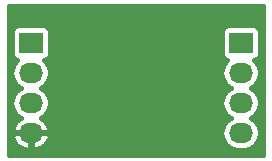
<source format=gbr>
G04 #@! TF.FileFunction,Copper,L2,Bot,Signal*
%FSLAX46Y46*%
G04 Gerber Fmt 4.6, Leading zero omitted, Abs format (unit mm)*
G04 Created by KiCad (PCBNEW 4.0.2+e4-6225~38~ubuntu14.04.1-stable) date Mon 01 Aug 2016 11:47:33 SAST*
%MOMM*%
G01*
G04 APERTURE LIST*
%ADD10C,0.050000*%
%ADD11R,2.032000X1.727200*%
%ADD12O,2.032000X1.727200*%
%ADD13C,0.400000*%
G04 APERTURE END LIST*
D10*
D11*
X138430000Y-101600000D03*
D12*
X138430000Y-104140000D03*
X138430000Y-106680000D03*
X138430000Y-109220000D03*
D11*
X156210000Y-101600000D03*
D12*
X156210000Y-104140000D03*
X156210000Y-106680000D03*
X156210000Y-109220000D03*
D13*
G36*
X158075000Y-111085000D02*
X136565000Y-111085000D01*
X136565000Y-109502137D01*
X136841452Y-109502137D01*
X136904745Y-109730206D01*
X137204495Y-110216738D01*
X137667615Y-110551525D01*
X138223600Y-110683600D01*
X138376000Y-110683600D01*
X138376000Y-109274000D01*
X138484000Y-109274000D01*
X138484000Y-110683600D01*
X138636400Y-110683600D01*
X139192385Y-110551525D01*
X139655505Y-110216738D01*
X139955255Y-109730206D01*
X140018548Y-109502137D01*
X139894890Y-109274000D01*
X138484000Y-109274000D01*
X138376000Y-109274000D01*
X136965110Y-109274000D01*
X136841452Y-109502137D01*
X136565000Y-109502137D01*
X136565000Y-104140000D01*
X136782341Y-104140000D01*
X136893751Y-104700095D01*
X137211020Y-105174921D01*
X137562840Y-105410000D01*
X137211020Y-105645079D01*
X136893751Y-106119905D01*
X136782341Y-106680000D01*
X136893751Y-107240095D01*
X137211020Y-107714921D01*
X137573060Y-107956829D01*
X137204495Y-108223262D01*
X136904745Y-108709794D01*
X136841452Y-108937863D01*
X136965110Y-109166000D01*
X138376000Y-109166000D01*
X138376000Y-109146000D01*
X138484000Y-109146000D01*
X138484000Y-109166000D01*
X139894890Y-109166000D01*
X140018548Y-108937863D01*
X139955255Y-108709794D01*
X139655505Y-108223262D01*
X139286940Y-107956829D01*
X139648980Y-107714921D01*
X139966249Y-107240095D01*
X140077659Y-106680000D01*
X139966249Y-106119905D01*
X139648980Y-105645079D01*
X139297160Y-105410000D01*
X139648980Y-105174921D01*
X139966249Y-104700095D01*
X140077659Y-104140000D01*
X154562341Y-104140000D01*
X154673751Y-104700095D01*
X154991020Y-105174921D01*
X155342840Y-105410000D01*
X154991020Y-105645079D01*
X154673751Y-106119905D01*
X154562341Y-106680000D01*
X154673751Y-107240095D01*
X154991020Y-107714921D01*
X155342840Y-107950000D01*
X154991020Y-108185079D01*
X154673751Y-108659905D01*
X154562341Y-109220000D01*
X154673751Y-109780095D01*
X154991020Y-110254921D01*
X155465846Y-110572190D01*
X156025941Y-110683600D01*
X156394059Y-110683600D01*
X156954154Y-110572190D01*
X157428980Y-110254921D01*
X157746249Y-109780095D01*
X157857659Y-109220000D01*
X157746249Y-108659905D01*
X157428980Y-108185079D01*
X157077160Y-107950000D01*
X157428980Y-107714921D01*
X157746249Y-107240095D01*
X157857659Y-106680000D01*
X157746249Y-106119905D01*
X157428980Y-105645079D01*
X157077160Y-105410000D01*
X157428980Y-105174921D01*
X157746249Y-104700095D01*
X157857659Y-104140000D01*
X157746249Y-103579905D01*
X157428980Y-103105079D01*
X157349668Y-103052084D01*
X157448346Y-103033517D01*
X157652558Y-102902110D01*
X157789556Y-102701607D01*
X157837754Y-102463600D01*
X157837754Y-100736400D01*
X157795917Y-100514054D01*
X157664510Y-100309842D01*
X157464007Y-100172844D01*
X157226000Y-100124646D01*
X155194000Y-100124646D01*
X154971654Y-100166483D01*
X154767442Y-100297890D01*
X154630444Y-100498393D01*
X154582246Y-100736400D01*
X154582246Y-102463600D01*
X154624083Y-102685946D01*
X154755490Y-102890158D01*
X154955993Y-103027156D01*
X155072369Y-103050723D01*
X154991020Y-103105079D01*
X154673751Y-103579905D01*
X154562341Y-104140000D01*
X140077659Y-104140000D01*
X139966249Y-103579905D01*
X139648980Y-103105079D01*
X139569668Y-103052084D01*
X139668346Y-103033517D01*
X139872558Y-102902110D01*
X140009556Y-102701607D01*
X140057754Y-102463600D01*
X140057754Y-100736400D01*
X140015917Y-100514054D01*
X139884510Y-100309842D01*
X139684007Y-100172844D01*
X139446000Y-100124646D01*
X137414000Y-100124646D01*
X137191654Y-100166483D01*
X136987442Y-100297890D01*
X136850444Y-100498393D01*
X136802246Y-100736400D01*
X136802246Y-102463600D01*
X136844083Y-102685946D01*
X136975490Y-102890158D01*
X137175993Y-103027156D01*
X137292369Y-103050723D01*
X137211020Y-103105079D01*
X136893751Y-103579905D01*
X136782341Y-104140000D01*
X136565000Y-104140000D01*
X136565000Y-98465000D01*
X158075000Y-98465000D01*
X158075000Y-111085000D01*
X158075000Y-111085000D01*
G37*
X158075000Y-111085000D02*
X136565000Y-111085000D01*
X136565000Y-109502137D01*
X136841452Y-109502137D01*
X136904745Y-109730206D01*
X137204495Y-110216738D01*
X137667615Y-110551525D01*
X138223600Y-110683600D01*
X138376000Y-110683600D01*
X138376000Y-109274000D01*
X138484000Y-109274000D01*
X138484000Y-110683600D01*
X138636400Y-110683600D01*
X139192385Y-110551525D01*
X139655505Y-110216738D01*
X139955255Y-109730206D01*
X140018548Y-109502137D01*
X139894890Y-109274000D01*
X138484000Y-109274000D01*
X138376000Y-109274000D01*
X136965110Y-109274000D01*
X136841452Y-109502137D01*
X136565000Y-109502137D01*
X136565000Y-104140000D01*
X136782341Y-104140000D01*
X136893751Y-104700095D01*
X137211020Y-105174921D01*
X137562840Y-105410000D01*
X137211020Y-105645079D01*
X136893751Y-106119905D01*
X136782341Y-106680000D01*
X136893751Y-107240095D01*
X137211020Y-107714921D01*
X137573060Y-107956829D01*
X137204495Y-108223262D01*
X136904745Y-108709794D01*
X136841452Y-108937863D01*
X136965110Y-109166000D01*
X138376000Y-109166000D01*
X138376000Y-109146000D01*
X138484000Y-109146000D01*
X138484000Y-109166000D01*
X139894890Y-109166000D01*
X140018548Y-108937863D01*
X139955255Y-108709794D01*
X139655505Y-108223262D01*
X139286940Y-107956829D01*
X139648980Y-107714921D01*
X139966249Y-107240095D01*
X140077659Y-106680000D01*
X139966249Y-106119905D01*
X139648980Y-105645079D01*
X139297160Y-105410000D01*
X139648980Y-105174921D01*
X139966249Y-104700095D01*
X140077659Y-104140000D01*
X154562341Y-104140000D01*
X154673751Y-104700095D01*
X154991020Y-105174921D01*
X155342840Y-105410000D01*
X154991020Y-105645079D01*
X154673751Y-106119905D01*
X154562341Y-106680000D01*
X154673751Y-107240095D01*
X154991020Y-107714921D01*
X155342840Y-107950000D01*
X154991020Y-108185079D01*
X154673751Y-108659905D01*
X154562341Y-109220000D01*
X154673751Y-109780095D01*
X154991020Y-110254921D01*
X155465846Y-110572190D01*
X156025941Y-110683600D01*
X156394059Y-110683600D01*
X156954154Y-110572190D01*
X157428980Y-110254921D01*
X157746249Y-109780095D01*
X157857659Y-109220000D01*
X157746249Y-108659905D01*
X157428980Y-108185079D01*
X157077160Y-107950000D01*
X157428980Y-107714921D01*
X157746249Y-107240095D01*
X157857659Y-106680000D01*
X157746249Y-106119905D01*
X157428980Y-105645079D01*
X157077160Y-105410000D01*
X157428980Y-105174921D01*
X157746249Y-104700095D01*
X157857659Y-104140000D01*
X157746249Y-103579905D01*
X157428980Y-103105079D01*
X157349668Y-103052084D01*
X157448346Y-103033517D01*
X157652558Y-102902110D01*
X157789556Y-102701607D01*
X157837754Y-102463600D01*
X157837754Y-100736400D01*
X157795917Y-100514054D01*
X157664510Y-100309842D01*
X157464007Y-100172844D01*
X157226000Y-100124646D01*
X155194000Y-100124646D01*
X154971654Y-100166483D01*
X154767442Y-100297890D01*
X154630444Y-100498393D01*
X154582246Y-100736400D01*
X154582246Y-102463600D01*
X154624083Y-102685946D01*
X154755490Y-102890158D01*
X154955993Y-103027156D01*
X155072369Y-103050723D01*
X154991020Y-103105079D01*
X154673751Y-103579905D01*
X154562341Y-104140000D01*
X140077659Y-104140000D01*
X139966249Y-103579905D01*
X139648980Y-103105079D01*
X139569668Y-103052084D01*
X139668346Y-103033517D01*
X139872558Y-102902110D01*
X140009556Y-102701607D01*
X140057754Y-102463600D01*
X140057754Y-100736400D01*
X140015917Y-100514054D01*
X139884510Y-100309842D01*
X139684007Y-100172844D01*
X139446000Y-100124646D01*
X137414000Y-100124646D01*
X137191654Y-100166483D01*
X136987442Y-100297890D01*
X136850444Y-100498393D01*
X136802246Y-100736400D01*
X136802246Y-102463600D01*
X136844083Y-102685946D01*
X136975490Y-102890158D01*
X137175993Y-103027156D01*
X137292369Y-103050723D01*
X137211020Y-103105079D01*
X136893751Y-103579905D01*
X136782341Y-104140000D01*
X136565000Y-104140000D01*
X136565000Y-98465000D01*
X158075000Y-98465000D01*
X158075000Y-111085000D01*
M02*

</source>
